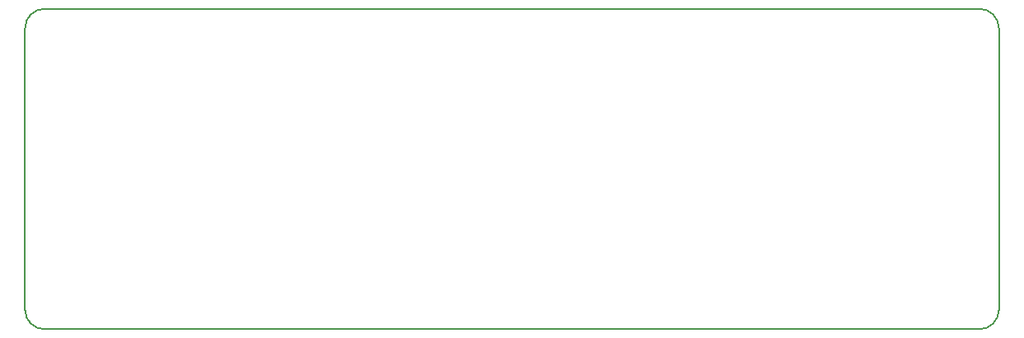
<source format=gbr>
G04 DipTrace 3.2.0.1*
G04 BoardOutline.GBR*
%MOIN*%
G04 #@! TF.FileFunction,Profile*
G04 #@! TF.Part,Single*
%ADD11C,0.005512*%
%FSLAX26Y26*%
G04*
G70*
G90*
G75*
G01*
G04 BoardOutline*
%LPD*%
X78740Y0D2*
D11*
X3858268D1*
G03X3937008Y78740I-2J78742D01*
G01*
Y1220472D1*
G03X3858268Y1299213I-78742J-2D01*
G01*
X78740D1*
G03X0Y1220472I2J-78742D01*
G01*
Y78740D1*
G03X78740Y0I78742J2D01*
G01*
M02*

</source>
